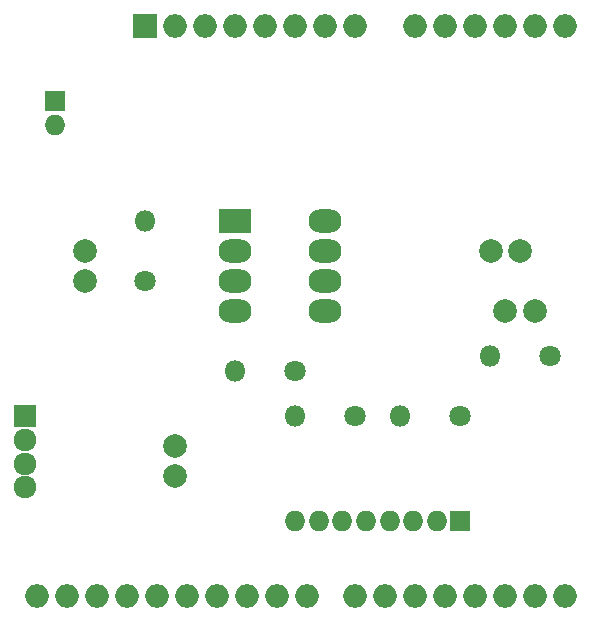
<source format=gbr>
G04 #@! TF.GenerationSoftware,KiCad,Pcbnew,(5.0.0)*
G04 #@! TF.CreationDate,2018-12-01T13:55:55+01:00*
G04 #@! TF.ProjectId,GazSensor-Rodier&Xu,47617A53656E736F722D526F64696572,1.0*
G04 #@! TF.SameCoordinates,Original*
G04 #@! TF.FileFunction,Soldermask,Bot*
G04 #@! TF.FilePolarity,Negative*
%FSLAX46Y46*%
G04 Gerber Fmt 4.6, Leading zero omitted, Abs format (unit mm)*
G04 Created by KiCad (PCBNEW (5.0.0)) date 12/01/18 13:55:55*
%MOMM*%
%LPD*%
G01*
G04 APERTURE LIST*
%ADD10O,2.000000X2.000000*%
%ADD11R,2.000000X2.000000*%
%ADD12C,2.000000*%
%ADD13O,2.800000X2.000000*%
%ADD14R,2.800000X2.000000*%
%ADD15C,1.800000*%
%ADD16O,1.800000X1.800000*%
%ADD17R,1.924000X1.924000*%
%ADD18C,1.924000*%
%ADD19R,1.750000X1.750000*%
%ADD20O,1.750000X1.750000*%
G04 APERTURE END LIST*
D10*
G04 #@! TO.C,A1*
X130560000Y-125730000D03*
X133100000Y-125730000D03*
D11*
X139700000Y-77470000D03*
D10*
X170180000Y-125730000D03*
X142240000Y-77470000D03*
X167640000Y-125730000D03*
X144780000Y-77470000D03*
X165100000Y-125730000D03*
X147320000Y-77470000D03*
X162560000Y-125730000D03*
X149860000Y-77470000D03*
X160020000Y-125730000D03*
X152400000Y-77470000D03*
X157480000Y-125730000D03*
X154940000Y-77470000D03*
X153420000Y-125730000D03*
X157480000Y-77470000D03*
X150880000Y-125730000D03*
X162560000Y-77470000D03*
X148340000Y-125730000D03*
X165100000Y-77470000D03*
X145800000Y-125730000D03*
X167640000Y-77470000D03*
X143260000Y-125730000D03*
X170180000Y-77470000D03*
X140720000Y-125730000D03*
X172720000Y-77470000D03*
X138180000Y-125730000D03*
X175260000Y-77470000D03*
X135640000Y-125730000D03*
X175260000Y-125730000D03*
X172720000Y-125730000D03*
G04 #@! TD*
D12*
G04 #@! TO.C,C4*
X170180000Y-101600000D03*
X172680000Y-101600000D03*
G04 #@! TD*
D13*
G04 #@! TO.C,AOP1*
X154940000Y-93980000D03*
X147320000Y-101600000D03*
X154940000Y-96520000D03*
X147320000Y-99060000D03*
X154940000Y-99060000D03*
X147320000Y-96520000D03*
X154940000Y-101600000D03*
D14*
X147320000Y-93980000D03*
G04 #@! TD*
D12*
G04 #@! TO.C,C1*
X134620000Y-96520000D03*
X134620000Y-99020000D03*
G04 #@! TD*
G04 #@! TO.C,C2*
X142240000Y-115530000D03*
X142240000Y-113030000D03*
G04 #@! TD*
G04 #@! TO.C,C3*
X171450000Y-96520000D03*
X168950000Y-96520000D03*
G04 #@! TD*
D15*
G04 #@! TO.C,R1*
X157480000Y-110490000D03*
D16*
X152400000Y-110490000D03*
G04 #@! TD*
G04 #@! TO.C,R3*
X168910000Y-105410000D03*
D15*
X173990000Y-105410000D03*
G04 #@! TD*
G04 #@! TO.C,R5*
X139700000Y-99060000D03*
D16*
X139700000Y-93980000D03*
G04 #@! TD*
D15*
G04 #@! TO.C,R6*
X152400000Y-106680000D03*
D16*
X147320000Y-106680000D03*
G04 #@! TD*
D15*
G04 #@! TO.C,Rcal1*
X166370000Y-110490000D03*
D16*
X161290000Y-110490000D03*
G04 #@! TD*
D17*
G04 #@! TO.C,cGrove1*
X129540000Y-110490000D03*
D18*
X129540000Y-112490000D03*
X129540000Y-114490000D03*
X129540000Y-116490000D03*
G04 #@! TD*
D19*
G04 #@! TO.C,J1*
X166370000Y-119380000D03*
D20*
X164370000Y-119380000D03*
X162370000Y-119380000D03*
X160370000Y-119380000D03*
X158370000Y-119380000D03*
X156370000Y-119380000D03*
X154370000Y-119380000D03*
X152370000Y-119380000D03*
G04 #@! TD*
D19*
G04 #@! TO.C,J2*
X132080000Y-83820000D03*
D20*
X132080000Y-85820000D03*
G04 #@! TD*
M02*

</source>
